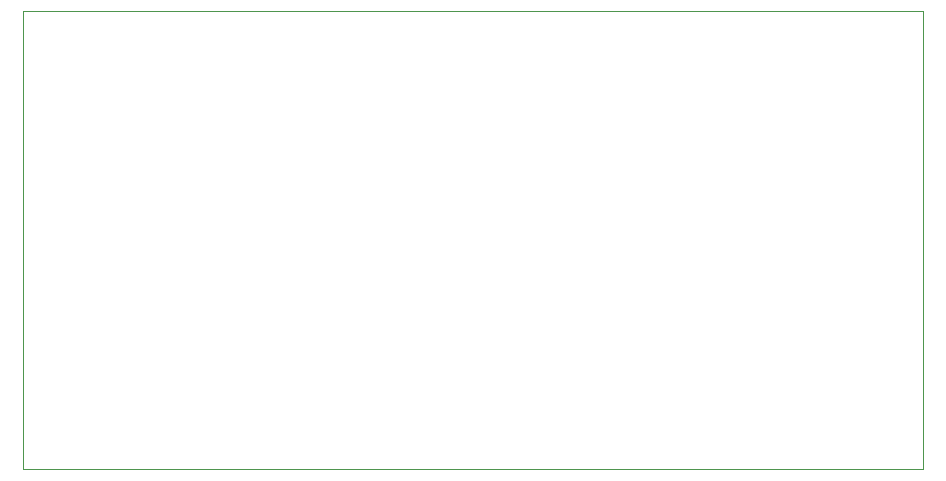
<source format=gbr>
%TF.GenerationSoftware,KiCad,Pcbnew,(6.0.9)*%
%TF.CreationDate,2023-10-08T14:17:10+03:00*%
%TF.ProjectId,power,706f7765-722e-46b6-9963-61645f706362,rev?*%
%TF.SameCoordinates,Original*%
%TF.FileFunction,Profile,NP*%
%FSLAX46Y46*%
G04 Gerber Fmt 4.6, Leading zero omitted, Abs format (unit mm)*
G04 Created by KiCad (PCBNEW (6.0.9)) date 2023-10-08 14:17:10*
%MOMM*%
%LPD*%
G01*
G04 APERTURE LIST*
%TA.AperFunction,Profile*%
%ADD10C,0.100000*%
%TD*%
G04 APERTURE END LIST*
D10*
X48895000Y-29845000D02*
X125095000Y-29845000D01*
X125095000Y-29845000D02*
X125095000Y-68580000D01*
X125095000Y-68580000D02*
X48895000Y-68580000D01*
X48895000Y-68580000D02*
X48895000Y-29845000D01*
M02*

</source>
